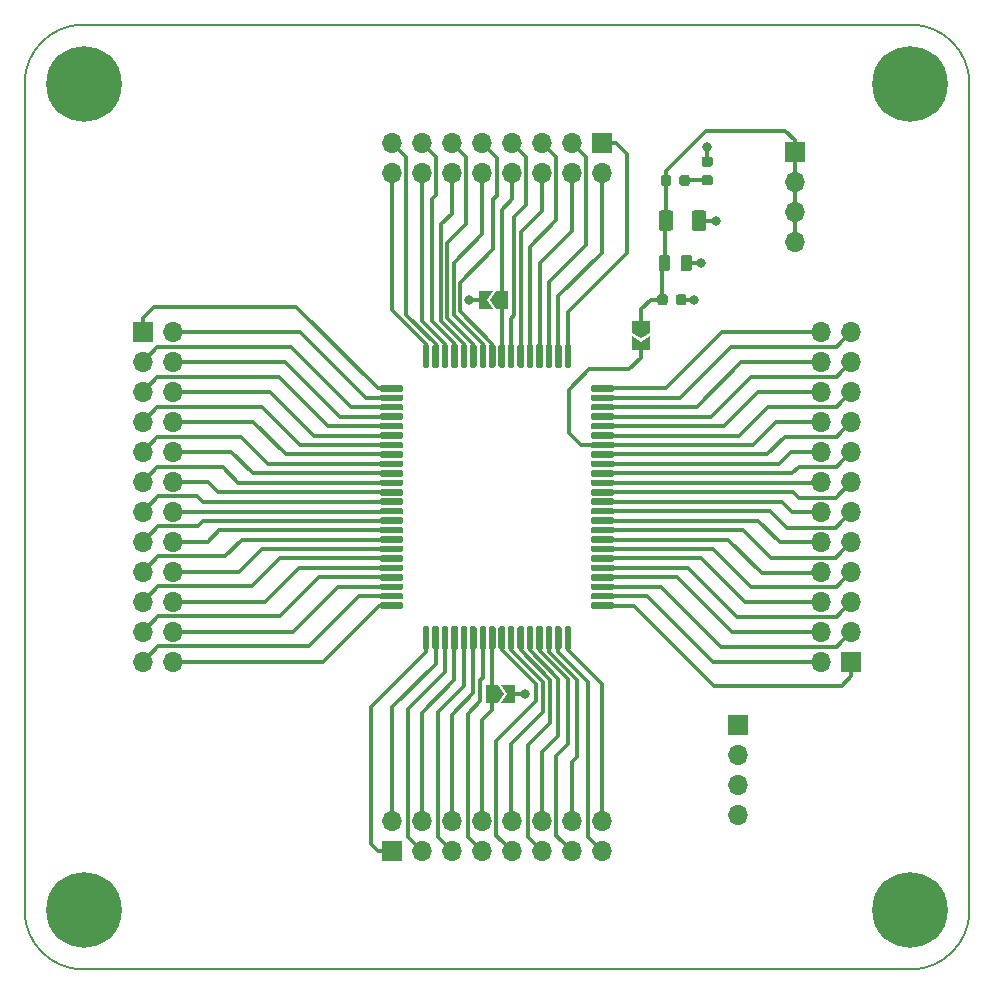
<source format=gbr>
G04 #@! TF.GenerationSoftware,KiCad,Pcbnew,5.1.6-c6e7f7d~86~ubuntu20.04.1*
G04 #@! TF.CreationDate,2020-05-17T15:59:29+03:00*
G04 #@! TF.ProjectId,GB-BRK-CPU-G1,47422d42-524b-42d4-9350-552d47312e6b,v1.1*
G04 #@! TF.SameCoordinates,Original*
G04 #@! TF.FileFunction,Copper,L1,Top*
G04 #@! TF.FilePolarity,Positive*
%FSLAX46Y46*%
G04 Gerber Fmt 4.6, Leading zero omitted, Abs format (unit mm)*
G04 Created by KiCad (PCBNEW 5.1.6-c6e7f7d~86~ubuntu20.04.1) date 2020-05-17 15:59:29*
%MOMM*%
%LPD*%
G01*
G04 APERTURE LIST*
G04 #@! TA.AperFunction,Profile*
%ADD10C,0.150000*%
G04 #@! TD*
G04 #@! TA.AperFunction,ComponentPad*
%ADD11C,0.800000*%
G04 #@! TD*
G04 #@! TA.AperFunction,ComponentPad*
%ADD12C,6.400000*%
G04 #@! TD*
G04 #@! TA.AperFunction,SMDPad,CuDef*
%ADD13C,0.100000*%
G04 #@! TD*
G04 #@! TA.AperFunction,ComponentPad*
%ADD14O,1.700000X1.700000*%
G04 #@! TD*
G04 #@! TA.AperFunction,ComponentPad*
%ADD15R,1.700000X1.700000*%
G04 #@! TD*
G04 #@! TA.AperFunction,ViaPad*
%ADD16C,0.800000*%
G04 #@! TD*
G04 #@! TA.AperFunction,Conductor*
%ADD17C,0.320000*%
G04 #@! TD*
G04 APERTURE END LIST*
D10*
X140000000Y-135000000D02*
G75*
G02*
X135000000Y-140000000I-5000000J0D01*
G01*
X65000000Y-140000000D02*
G75*
G02*
X60000000Y-135000000I0J5000000D01*
G01*
X60000000Y-65000000D02*
G75*
G02*
X65000000Y-60000000I5000000J0D01*
G01*
X135000000Y-60000000D02*
G75*
G02*
X140000000Y-65000000I0J-5000000D01*
G01*
X135000000Y-60000000D02*
X65000000Y-60000000D01*
X140000000Y-135000000D02*
X140000000Y-65000000D01*
X65000000Y-140000000D02*
X135000000Y-140000000D01*
X60000000Y-65000000D02*
X60000000Y-135000000D01*
G04 #@! TA.AperFunction,SMDPad,CuDef*
G36*
G01*
X93725000Y-88937500D02*
X93725000Y-87187500D01*
G75*
G02*
X93862500Y-87050000I137500J0D01*
G01*
X94137500Y-87050000D01*
G75*
G02*
X94275000Y-87187500I0J-137500D01*
G01*
X94275000Y-88937500D01*
G75*
G02*
X94137500Y-89075000I-137500J0D01*
G01*
X93862500Y-89075000D01*
G75*
G02*
X93725000Y-88937500I0J137500D01*
G01*
G37*
G04 #@! TD.AperFunction*
G04 #@! TA.AperFunction,SMDPad,CuDef*
G36*
G01*
X94525000Y-88937500D02*
X94525000Y-87187500D01*
G75*
G02*
X94662500Y-87050000I137500J0D01*
G01*
X94937500Y-87050000D01*
G75*
G02*
X95075000Y-87187500I0J-137500D01*
G01*
X95075000Y-88937500D01*
G75*
G02*
X94937500Y-89075000I-137500J0D01*
G01*
X94662500Y-89075000D01*
G75*
G02*
X94525000Y-88937500I0J137500D01*
G01*
G37*
G04 #@! TD.AperFunction*
G04 #@! TA.AperFunction,SMDPad,CuDef*
G36*
G01*
X95325000Y-88937500D02*
X95325000Y-87187500D01*
G75*
G02*
X95462500Y-87050000I137500J0D01*
G01*
X95737500Y-87050000D01*
G75*
G02*
X95875000Y-87187500I0J-137500D01*
G01*
X95875000Y-88937500D01*
G75*
G02*
X95737500Y-89075000I-137500J0D01*
G01*
X95462500Y-89075000D01*
G75*
G02*
X95325000Y-88937500I0J137500D01*
G01*
G37*
G04 #@! TD.AperFunction*
G04 #@! TA.AperFunction,SMDPad,CuDef*
G36*
G01*
X96125000Y-88937500D02*
X96125000Y-87187500D01*
G75*
G02*
X96262500Y-87050000I137500J0D01*
G01*
X96537500Y-87050000D01*
G75*
G02*
X96675000Y-87187500I0J-137500D01*
G01*
X96675000Y-88937500D01*
G75*
G02*
X96537500Y-89075000I-137500J0D01*
G01*
X96262500Y-89075000D01*
G75*
G02*
X96125000Y-88937500I0J137500D01*
G01*
G37*
G04 #@! TD.AperFunction*
G04 #@! TA.AperFunction,SMDPad,CuDef*
G36*
G01*
X96925000Y-88937500D02*
X96925000Y-87187500D01*
G75*
G02*
X97062500Y-87050000I137500J0D01*
G01*
X97337500Y-87050000D01*
G75*
G02*
X97475000Y-87187500I0J-137500D01*
G01*
X97475000Y-88937500D01*
G75*
G02*
X97337500Y-89075000I-137500J0D01*
G01*
X97062500Y-89075000D01*
G75*
G02*
X96925000Y-88937500I0J137500D01*
G01*
G37*
G04 #@! TD.AperFunction*
G04 #@! TA.AperFunction,SMDPad,CuDef*
G36*
G01*
X97725000Y-88937500D02*
X97725000Y-87187500D01*
G75*
G02*
X97862500Y-87050000I137500J0D01*
G01*
X98137500Y-87050000D01*
G75*
G02*
X98275000Y-87187500I0J-137500D01*
G01*
X98275000Y-88937500D01*
G75*
G02*
X98137500Y-89075000I-137500J0D01*
G01*
X97862500Y-89075000D01*
G75*
G02*
X97725000Y-88937500I0J137500D01*
G01*
G37*
G04 #@! TD.AperFunction*
G04 #@! TA.AperFunction,SMDPad,CuDef*
G36*
G01*
X98525000Y-88937500D02*
X98525000Y-87187500D01*
G75*
G02*
X98662500Y-87050000I137500J0D01*
G01*
X98937500Y-87050000D01*
G75*
G02*
X99075000Y-87187500I0J-137500D01*
G01*
X99075000Y-88937500D01*
G75*
G02*
X98937500Y-89075000I-137500J0D01*
G01*
X98662500Y-89075000D01*
G75*
G02*
X98525000Y-88937500I0J137500D01*
G01*
G37*
G04 #@! TD.AperFunction*
G04 #@! TA.AperFunction,SMDPad,CuDef*
G36*
G01*
X99325000Y-88937500D02*
X99325000Y-87187500D01*
G75*
G02*
X99462500Y-87050000I137500J0D01*
G01*
X99737500Y-87050000D01*
G75*
G02*
X99875000Y-87187500I0J-137500D01*
G01*
X99875000Y-88937500D01*
G75*
G02*
X99737500Y-89075000I-137500J0D01*
G01*
X99462500Y-89075000D01*
G75*
G02*
X99325000Y-88937500I0J137500D01*
G01*
G37*
G04 #@! TD.AperFunction*
G04 #@! TA.AperFunction,SMDPad,CuDef*
G36*
G01*
X100125000Y-88937500D02*
X100125000Y-87187500D01*
G75*
G02*
X100262500Y-87050000I137500J0D01*
G01*
X100537500Y-87050000D01*
G75*
G02*
X100675000Y-87187500I0J-137500D01*
G01*
X100675000Y-88937500D01*
G75*
G02*
X100537500Y-89075000I-137500J0D01*
G01*
X100262500Y-89075000D01*
G75*
G02*
X100125000Y-88937500I0J137500D01*
G01*
G37*
G04 #@! TD.AperFunction*
G04 #@! TA.AperFunction,SMDPad,CuDef*
G36*
G01*
X100925000Y-88937500D02*
X100925000Y-87187500D01*
G75*
G02*
X101062500Y-87050000I137500J0D01*
G01*
X101337500Y-87050000D01*
G75*
G02*
X101475000Y-87187500I0J-137500D01*
G01*
X101475000Y-88937500D01*
G75*
G02*
X101337500Y-89075000I-137500J0D01*
G01*
X101062500Y-89075000D01*
G75*
G02*
X100925000Y-88937500I0J137500D01*
G01*
G37*
G04 #@! TD.AperFunction*
G04 #@! TA.AperFunction,SMDPad,CuDef*
G36*
G01*
X101725000Y-88937500D02*
X101725000Y-87187500D01*
G75*
G02*
X101862500Y-87050000I137500J0D01*
G01*
X102137500Y-87050000D01*
G75*
G02*
X102275000Y-87187500I0J-137500D01*
G01*
X102275000Y-88937500D01*
G75*
G02*
X102137500Y-89075000I-137500J0D01*
G01*
X101862500Y-89075000D01*
G75*
G02*
X101725000Y-88937500I0J137500D01*
G01*
G37*
G04 #@! TD.AperFunction*
G04 #@! TA.AperFunction,SMDPad,CuDef*
G36*
G01*
X102525000Y-88937500D02*
X102525000Y-87187500D01*
G75*
G02*
X102662500Y-87050000I137500J0D01*
G01*
X102937500Y-87050000D01*
G75*
G02*
X103075000Y-87187500I0J-137500D01*
G01*
X103075000Y-88937500D01*
G75*
G02*
X102937500Y-89075000I-137500J0D01*
G01*
X102662500Y-89075000D01*
G75*
G02*
X102525000Y-88937500I0J137500D01*
G01*
G37*
G04 #@! TD.AperFunction*
G04 #@! TA.AperFunction,SMDPad,CuDef*
G36*
G01*
X103325000Y-88937500D02*
X103325000Y-87187500D01*
G75*
G02*
X103462500Y-87050000I137500J0D01*
G01*
X103737500Y-87050000D01*
G75*
G02*
X103875000Y-87187500I0J-137500D01*
G01*
X103875000Y-88937500D01*
G75*
G02*
X103737500Y-89075000I-137500J0D01*
G01*
X103462500Y-89075000D01*
G75*
G02*
X103325000Y-88937500I0J137500D01*
G01*
G37*
G04 #@! TD.AperFunction*
G04 #@! TA.AperFunction,SMDPad,CuDef*
G36*
G01*
X104125000Y-88937500D02*
X104125000Y-87187500D01*
G75*
G02*
X104262500Y-87050000I137500J0D01*
G01*
X104537500Y-87050000D01*
G75*
G02*
X104675000Y-87187500I0J-137500D01*
G01*
X104675000Y-88937500D01*
G75*
G02*
X104537500Y-89075000I-137500J0D01*
G01*
X104262500Y-89075000D01*
G75*
G02*
X104125000Y-88937500I0J137500D01*
G01*
G37*
G04 #@! TD.AperFunction*
G04 #@! TA.AperFunction,SMDPad,CuDef*
G36*
G01*
X104925000Y-88937500D02*
X104925000Y-87187500D01*
G75*
G02*
X105062500Y-87050000I137500J0D01*
G01*
X105337500Y-87050000D01*
G75*
G02*
X105475000Y-87187500I0J-137500D01*
G01*
X105475000Y-88937500D01*
G75*
G02*
X105337500Y-89075000I-137500J0D01*
G01*
X105062500Y-89075000D01*
G75*
G02*
X104925000Y-88937500I0J137500D01*
G01*
G37*
G04 #@! TD.AperFunction*
G04 #@! TA.AperFunction,SMDPad,CuDef*
G36*
G01*
X105725000Y-88937500D02*
X105725000Y-87187500D01*
G75*
G02*
X105862500Y-87050000I137500J0D01*
G01*
X106137500Y-87050000D01*
G75*
G02*
X106275000Y-87187500I0J-137500D01*
G01*
X106275000Y-88937500D01*
G75*
G02*
X106137500Y-89075000I-137500J0D01*
G01*
X105862500Y-89075000D01*
G75*
G02*
X105725000Y-88937500I0J137500D01*
G01*
G37*
G04 #@! TD.AperFunction*
G04 #@! TA.AperFunction,SMDPad,CuDef*
G36*
G01*
X107925000Y-90937500D02*
X107925000Y-90662500D01*
G75*
G02*
X108062500Y-90525000I137500J0D01*
G01*
X109812500Y-90525000D01*
G75*
G02*
X109950000Y-90662500I0J-137500D01*
G01*
X109950000Y-90937500D01*
G75*
G02*
X109812500Y-91075000I-137500J0D01*
G01*
X108062500Y-91075000D01*
G75*
G02*
X107925000Y-90937500I0J137500D01*
G01*
G37*
G04 #@! TD.AperFunction*
G04 #@! TA.AperFunction,SMDPad,CuDef*
G36*
G01*
X107925000Y-91737500D02*
X107925000Y-91462500D01*
G75*
G02*
X108062500Y-91325000I137500J0D01*
G01*
X109812500Y-91325000D01*
G75*
G02*
X109950000Y-91462500I0J-137500D01*
G01*
X109950000Y-91737500D01*
G75*
G02*
X109812500Y-91875000I-137500J0D01*
G01*
X108062500Y-91875000D01*
G75*
G02*
X107925000Y-91737500I0J137500D01*
G01*
G37*
G04 #@! TD.AperFunction*
G04 #@! TA.AperFunction,SMDPad,CuDef*
G36*
G01*
X107925000Y-92537500D02*
X107925000Y-92262500D01*
G75*
G02*
X108062500Y-92125000I137500J0D01*
G01*
X109812500Y-92125000D01*
G75*
G02*
X109950000Y-92262500I0J-137500D01*
G01*
X109950000Y-92537500D01*
G75*
G02*
X109812500Y-92675000I-137500J0D01*
G01*
X108062500Y-92675000D01*
G75*
G02*
X107925000Y-92537500I0J137500D01*
G01*
G37*
G04 #@! TD.AperFunction*
G04 #@! TA.AperFunction,SMDPad,CuDef*
G36*
G01*
X107925000Y-93337500D02*
X107925000Y-93062500D01*
G75*
G02*
X108062500Y-92925000I137500J0D01*
G01*
X109812500Y-92925000D01*
G75*
G02*
X109950000Y-93062500I0J-137500D01*
G01*
X109950000Y-93337500D01*
G75*
G02*
X109812500Y-93475000I-137500J0D01*
G01*
X108062500Y-93475000D01*
G75*
G02*
X107925000Y-93337500I0J137500D01*
G01*
G37*
G04 #@! TD.AperFunction*
G04 #@! TA.AperFunction,SMDPad,CuDef*
G36*
G01*
X107925000Y-94137500D02*
X107925000Y-93862500D01*
G75*
G02*
X108062500Y-93725000I137500J0D01*
G01*
X109812500Y-93725000D01*
G75*
G02*
X109950000Y-93862500I0J-137500D01*
G01*
X109950000Y-94137500D01*
G75*
G02*
X109812500Y-94275000I-137500J0D01*
G01*
X108062500Y-94275000D01*
G75*
G02*
X107925000Y-94137500I0J137500D01*
G01*
G37*
G04 #@! TD.AperFunction*
G04 #@! TA.AperFunction,SMDPad,CuDef*
G36*
G01*
X107925000Y-94937500D02*
X107925000Y-94662500D01*
G75*
G02*
X108062500Y-94525000I137500J0D01*
G01*
X109812500Y-94525000D01*
G75*
G02*
X109950000Y-94662500I0J-137500D01*
G01*
X109950000Y-94937500D01*
G75*
G02*
X109812500Y-95075000I-137500J0D01*
G01*
X108062500Y-95075000D01*
G75*
G02*
X107925000Y-94937500I0J137500D01*
G01*
G37*
G04 #@! TD.AperFunction*
G04 #@! TA.AperFunction,SMDPad,CuDef*
G36*
G01*
X107925000Y-95737500D02*
X107925000Y-95462500D01*
G75*
G02*
X108062500Y-95325000I137500J0D01*
G01*
X109812500Y-95325000D01*
G75*
G02*
X109950000Y-95462500I0J-137500D01*
G01*
X109950000Y-95737500D01*
G75*
G02*
X109812500Y-95875000I-137500J0D01*
G01*
X108062500Y-95875000D01*
G75*
G02*
X107925000Y-95737500I0J137500D01*
G01*
G37*
G04 #@! TD.AperFunction*
G04 #@! TA.AperFunction,SMDPad,CuDef*
G36*
G01*
X107925000Y-96537500D02*
X107925000Y-96262500D01*
G75*
G02*
X108062500Y-96125000I137500J0D01*
G01*
X109812500Y-96125000D01*
G75*
G02*
X109950000Y-96262500I0J-137500D01*
G01*
X109950000Y-96537500D01*
G75*
G02*
X109812500Y-96675000I-137500J0D01*
G01*
X108062500Y-96675000D01*
G75*
G02*
X107925000Y-96537500I0J137500D01*
G01*
G37*
G04 #@! TD.AperFunction*
G04 #@! TA.AperFunction,SMDPad,CuDef*
G36*
G01*
X107925000Y-97337500D02*
X107925000Y-97062500D01*
G75*
G02*
X108062500Y-96925000I137500J0D01*
G01*
X109812500Y-96925000D01*
G75*
G02*
X109950000Y-97062500I0J-137500D01*
G01*
X109950000Y-97337500D01*
G75*
G02*
X109812500Y-97475000I-137500J0D01*
G01*
X108062500Y-97475000D01*
G75*
G02*
X107925000Y-97337500I0J137500D01*
G01*
G37*
G04 #@! TD.AperFunction*
G04 #@! TA.AperFunction,SMDPad,CuDef*
G36*
G01*
X107925000Y-98137500D02*
X107925000Y-97862500D01*
G75*
G02*
X108062500Y-97725000I137500J0D01*
G01*
X109812500Y-97725000D01*
G75*
G02*
X109950000Y-97862500I0J-137500D01*
G01*
X109950000Y-98137500D01*
G75*
G02*
X109812500Y-98275000I-137500J0D01*
G01*
X108062500Y-98275000D01*
G75*
G02*
X107925000Y-98137500I0J137500D01*
G01*
G37*
G04 #@! TD.AperFunction*
G04 #@! TA.AperFunction,SMDPad,CuDef*
G36*
G01*
X107925000Y-98937500D02*
X107925000Y-98662500D01*
G75*
G02*
X108062500Y-98525000I137500J0D01*
G01*
X109812500Y-98525000D01*
G75*
G02*
X109950000Y-98662500I0J-137500D01*
G01*
X109950000Y-98937500D01*
G75*
G02*
X109812500Y-99075000I-137500J0D01*
G01*
X108062500Y-99075000D01*
G75*
G02*
X107925000Y-98937500I0J137500D01*
G01*
G37*
G04 #@! TD.AperFunction*
G04 #@! TA.AperFunction,SMDPad,CuDef*
G36*
G01*
X107925000Y-99737500D02*
X107925000Y-99462500D01*
G75*
G02*
X108062500Y-99325000I137500J0D01*
G01*
X109812500Y-99325000D01*
G75*
G02*
X109950000Y-99462500I0J-137500D01*
G01*
X109950000Y-99737500D01*
G75*
G02*
X109812500Y-99875000I-137500J0D01*
G01*
X108062500Y-99875000D01*
G75*
G02*
X107925000Y-99737500I0J137500D01*
G01*
G37*
G04 #@! TD.AperFunction*
G04 #@! TA.AperFunction,SMDPad,CuDef*
G36*
G01*
X107925000Y-100537500D02*
X107925000Y-100262500D01*
G75*
G02*
X108062500Y-100125000I137500J0D01*
G01*
X109812500Y-100125000D01*
G75*
G02*
X109950000Y-100262500I0J-137500D01*
G01*
X109950000Y-100537500D01*
G75*
G02*
X109812500Y-100675000I-137500J0D01*
G01*
X108062500Y-100675000D01*
G75*
G02*
X107925000Y-100537500I0J137500D01*
G01*
G37*
G04 #@! TD.AperFunction*
G04 #@! TA.AperFunction,SMDPad,CuDef*
G36*
G01*
X107925000Y-101337500D02*
X107925000Y-101062500D01*
G75*
G02*
X108062500Y-100925000I137500J0D01*
G01*
X109812500Y-100925000D01*
G75*
G02*
X109950000Y-101062500I0J-137500D01*
G01*
X109950000Y-101337500D01*
G75*
G02*
X109812500Y-101475000I-137500J0D01*
G01*
X108062500Y-101475000D01*
G75*
G02*
X107925000Y-101337500I0J137500D01*
G01*
G37*
G04 #@! TD.AperFunction*
G04 #@! TA.AperFunction,SMDPad,CuDef*
G36*
G01*
X107925000Y-102137500D02*
X107925000Y-101862500D01*
G75*
G02*
X108062500Y-101725000I137500J0D01*
G01*
X109812500Y-101725000D01*
G75*
G02*
X109950000Y-101862500I0J-137500D01*
G01*
X109950000Y-102137500D01*
G75*
G02*
X109812500Y-102275000I-137500J0D01*
G01*
X108062500Y-102275000D01*
G75*
G02*
X107925000Y-102137500I0J137500D01*
G01*
G37*
G04 #@! TD.AperFunction*
G04 #@! TA.AperFunction,SMDPad,CuDef*
G36*
G01*
X107925000Y-102937500D02*
X107925000Y-102662500D01*
G75*
G02*
X108062500Y-102525000I137500J0D01*
G01*
X109812500Y-102525000D01*
G75*
G02*
X109950000Y-102662500I0J-137500D01*
G01*
X109950000Y-102937500D01*
G75*
G02*
X109812500Y-103075000I-137500J0D01*
G01*
X108062500Y-103075000D01*
G75*
G02*
X107925000Y-102937500I0J137500D01*
G01*
G37*
G04 #@! TD.AperFunction*
G04 #@! TA.AperFunction,SMDPad,CuDef*
G36*
G01*
X107925000Y-103737500D02*
X107925000Y-103462500D01*
G75*
G02*
X108062500Y-103325000I137500J0D01*
G01*
X109812500Y-103325000D01*
G75*
G02*
X109950000Y-103462500I0J-137500D01*
G01*
X109950000Y-103737500D01*
G75*
G02*
X109812500Y-103875000I-137500J0D01*
G01*
X108062500Y-103875000D01*
G75*
G02*
X107925000Y-103737500I0J137500D01*
G01*
G37*
G04 #@! TD.AperFunction*
G04 #@! TA.AperFunction,SMDPad,CuDef*
G36*
G01*
X107925000Y-104537500D02*
X107925000Y-104262500D01*
G75*
G02*
X108062500Y-104125000I137500J0D01*
G01*
X109812500Y-104125000D01*
G75*
G02*
X109950000Y-104262500I0J-137500D01*
G01*
X109950000Y-104537500D01*
G75*
G02*
X109812500Y-104675000I-137500J0D01*
G01*
X108062500Y-104675000D01*
G75*
G02*
X107925000Y-104537500I0J137500D01*
G01*
G37*
G04 #@! TD.AperFunction*
G04 #@! TA.AperFunction,SMDPad,CuDef*
G36*
G01*
X107925000Y-105337500D02*
X107925000Y-105062500D01*
G75*
G02*
X108062500Y-104925000I137500J0D01*
G01*
X109812500Y-104925000D01*
G75*
G02*
X109950000Y-105062500I0J-137500D01*
G01*
X109950000Y-105337500D01*
G75*
G02*
X109812500Y-105475000I-137500J0D01*
G01*
X108062500Y-105475000D01*
G75*
G02*
X107925000Y-105337500I0J137500D01*
G01*
G37*
G04 #@! TD.AperFunction*
G04 #@! TA.AperFunction,SMDPad,CuDef*
G36*
G01*
X107925000Y-106137500D02*
X107925000Y-105862500D01*
G75*
G02*
X108062500Y-105725000I137500J0D01*
G01*
X109812500Y-105725000D01*
G75*
G02*
X109950000Y-105862500I0J-137500D01*
G01*
X109950000Y-106137500D01*
G75*
G02*
X109812500Y-106275000I-137500J0D01*
G01*
X108062500Y-106275000D01*
G75*
G02*
X107925000Y-106137500I0J137500D01*
G01*
G37*
G04 #@! TD.AperFunction*
G04 #@! TA.AperFunction,SMDPad,CuDef*
G36*
G01*
X107925000Y-106937500D02*
X107925000Y-106662500D01*
G75*
G02*
X108062500Y-106525000I137500J0D01*
G01*
X109812500Y-106525000D01*
G75*
G02*
X109950000Y-106662500I0J-137500D01*
G01*
X109950000Y-106937500D01*
G75*
G02*
X109812500Y-107075000I-137500J0D01*
G01*
X108062500Y-107075000D01*
G75*
G02*
X107925000Y-106937500I0J137500D01*
G01*
G37*
G04 #@! TD.AperFunction*
G04 #@! TA.AperFunction,SMDPad,CuDef*
G36*
G01*
X107925000Y-107737500D02*
X107925000Y-107462500D01*
G75*
G02*
X108062500Y-107325000I137500J0D01*
G01*
X109812500Y-107325000D01*
G75*
G02*
X109950000Y-107462500I0J-137500D01*
G01*
X109950000Y-107737500D01*
G75*
G02*
X109812500Y-107875000I-137500J0D01*
G01*
X108062500Y-107875000D01*
G75*
G02*
X107925000Y-107737500I0J137500D01*
G01*
G37*
G04 #@! TD.AperFunction*
G04 #@! TA.AperFunction,SMDPad,CuDef*
G36*
G01*
X107925000Y-108537500D02*
X107925000Y-108262500D01*
G75*
G02*
X108062500Y-108125000I137500J0D01*
G01*
X109812500Y-108125000D01*
G75*
G02*
X109950000Y-108262500I0J-137500D01*
G01*
X109950000Y-108537500D01*
G75*
G02*
X109812500Y-108675000I-137500J0D01*
G01*
X108062500Y-108675000D01*
G75*
G02*
X107925000Y-108537500I0J137500D01*
G01*
G37*
G04 #@! TD.AperFunction*
G04 #@! TA.AperFunction,SMDPad,CuDef*
G36*
G01*
X107925000Y-109337500D02*
X107925000Y-109062500D01*
G75*
G02*
X108062500Y-108925000I137500J0D01*
G01*
X109812500Y-108925000D01*
G75*
G02*
X109950000Y-109062500I0J-137500D01*
G01*
X109950000Y-109337500D01*
G75*
G02*
X109812500Y-109475000I-137500J0D01*
G01*
X108062500Y-109475000D01*
G75*
G02*
X107925000Y-109337500I0J137500D01*
G01*
G37*
G04 #@! TD.AperFunction*
G04 #@! TA.AperFunction,SMDPad,CuDef*
G36*
G01*
X105725000Y-112812500D02*
X105725000Y-111062500D01*
G75*
G02*
X105862500Y-110925000I137500J0D01*
G01*
X106137500Y-110925000D01*
G75*
G02*
X106275000Y-111062500I0J-137500D01*
G01*
X106275000Y-112812500D01*
G75*
G02*
X106137500Y-112950000I-137500J0D01*
G01*
X105862500Y-112950000D01*
G75*
G02*
X105725000Y-112812500I0J137500D01*
G01*
G37*
G04 #@! TD.AperFunction*
G04 #@! TA.AperFunction,SMDPad,CuDef*
G36*
G01*
X104925000Y-112812500D02*
X104925000Y-111062500D01*
G75*
G02*
X105062500Y-110925000I137500J0D01*
G01*
X105337500Y-110925000D01*
G75*
G02*
X105475000Y-111062500I0J-137500D01*
G01*
X105475000Y-112812500D01*
G75*
G02*
X105337500Y-112950000I-137500J0D01*
G01*
X105062500Y-112950000D01*
G75*
G02*
X104925000Y-112812500I0J137500D01*
G01*
G37*
G04 #@! TD.AperFunction*
G04 #@! TA.AperFunction,SMDPad,CuDef*
G36*
G01*
X104125000Y-112812500D02*
X104125000Y-111062500D01*
G75*
G02*
X104262500Y-110925000I137500J0D01*
G01*
X104537500Y-110925000D01*
G75*
G02*
X104675000Y-111062500I0J-137500D01*
G01*
X104675000Y-112812500D01*
G75*
G02*
X104537500Y-112950000I-137500J0D01*
G01*
X104262500Y-112950000D01*
G75*
G02*
X104125000Y-112812500I0J137500D01*
G01*
G37*
G04 #@! TD.AperFunction*
G04 #@! TA.AperFunction,SMDPad,CuDef*
G36*
G01*
X103325000Y-112812500D02*
X103325000Y-111062500D01*
G75*
G02*
X103462500Y-110925000I137500J0D01*
G01*
X103737500Y-110925000D01*
G75*
G02*
X103875000Y-111062500I0J-137500D01*
G01*
X103875000Y-112812500D01*
G75*
G02*
X103737500Y-112950000I-137500J0D01*
G01*
X103462500Y-112950000D01*
G75*
G02*
X103325000Y-112812500I0J137500D01*
G01*
G37*
G04 #@! TD.AperFunction*
G04 #@! TA.AperFunction,SMDPad,CuDef*
G36*
G01*
X102525000Y-112812500D02*
X102525000Y-111062500D01*
G75*
G02*
X102662500Y-110925000I137500J0D01*
G01*
X102937500Y-110925000D01*
G75*
G02*
X103075000Y-111062500I0J-137500D01*
G01*
X103075000Y-112812500D01*
G75*
G02*
X102937500Y-112950000I-137500J0D01*
G01*
X102662500Y-112950000D01*
G75*
G02*
X102525000Y-112812500I0J137500D01*
G01*
G37*
G04 #@! TD.AperFunction*
G04 #@! TA.AperFunction,SMDPad,CuDef*
G36*
G01*
X101725000Y-112812500D02*
X101725000Y-111062500D01*
G75*
G02*
X101862500Y-110925000I137500J0D01*
G01*
X102137500Y-110925000D01*
G75*
G02*
X102275000Y-111062500I0J-137500D01*
G01*
X102275000Y-112812500D01*
G75*
G02*
X102137500Y-112950000I-137500J0D01*
G01*
X101862500Y-112950000D01*
G75*
G02*
X101725000Y-112812500I0J137500D01*
G01*
G37*
G04 #@! TD.AperFunction*
G04 #@! TA.AperFunction,SMDPad,CuDef*
G36*
G01*
X100925000Y-112812500D02*
X100925000Y-111062500D01*
G75*
G02*
X101062500Y-110925000I137500J0D01*
G01*
X101337500Y-110925000D01*
G75*
G02*
X101475000Y-111062500I0J-137500D01*
G01*
X101475000Y-112812500D01*
G75*
G02*
X101337500Y-112950000I-137500J0D01*
G01*
X101062500Y-112950000D01*
G75*
G02*
X100925000Y-112812500I0J137500D01*
G01*
G37*
G04 #@! TD.AperFunction*
G04 #@! TA.AperFunction,SMDPad,CuDef*
G36*
G01*
X100125000Y-112812500D02*
X100125000Y-111062500D01*
G75*
G02*
X100262500Y-110925000I137500J0D01*
G01*
X100537500Y-110925000D01*
G75*
G02*
X100675000Y-111062500I0J-137500D01*
G01*
X100675000Y-112812500D01*
G75*
G02*
X100537500Y-112950000I-137500J0D01*
G01*
X100262500Y-112950000D01*
G75*
G02*
X100125000Y-112812500I0J137500D01*
G01*
G37*
G04 #@! TD.AperFunction*
G04 #@! TA.AperFunction,SMDPad,CuDef*
G36*
G01*
X99325000Y-112812500D02*
X99325000Y-111062500D01*
G75*
G02*
X99462500Y-110925000I137500J0D01*
G01*
X99737500Y-110925000D01*
G75*
G02*
X99875000Y-111062500I0J-137500D01*
G01*
X99875000Y-112812500D01*
G75*
G02*
X99737500Y-112950000I-137500J0D01*
G01*
X99462500Y-112950000D01*
G75*
G02*
X99325000Y-112812500I0J137500D01*
G01*
G37*
G04 #@! TD.AperFunction*
G04 #@! TA.AperFunction,SMDPad,CuDef*
G36*
G01*
X98525000Y-112812500D02*
X98525000Y-111062500D01*
G75*
G02*
X98662500Y-110925000I137500J0D01*
G01*
X98937500Y-110925000D01*
G75*
G02*
X99075000Y-111062500I0J-137500D01*
G01*
X99075000Y-112812500D01*
G75*
G02*
X98937500Y-112950000I-137500J0D01*
G01*
X98662500Y-112950000D01*
G75*
G02*
X98525000Y-112812500I0J137500D01*
G01*
G37*
G04 #@! TD.AperFunction*
G04 #@! TA.AperFunction,SMDPad,CuDef*
G36*
G01*
X97725000Y-112812500D02*
X97725000Y-111062500D01*
G75*
G02*
X97862500Y-110925000I137500J0D01*
G01*
X98137500Y-110925000D01*
G75*
G02*
X98275000Y-111062500I0J-137500D01*
G01*
X98275000Y-112812500D01*
G75*
G02*
X98137500Y-112950000I-137500J0D01*
G01*
X97862500Y-112950000D01*
G75*
G02*
X97725000Y-112812500I0J137500D01*
G01*
G37*
G04 #@! TD.AperFunction*
G04 #@! TA.AperFunction,SMDPad,CuDef*
G36*
G01*
X96925000Y-112812500D02*
X96925000Y-111062500D01*
G75*
G02*
X97062500Y-110925000I137500J0D01*
G01*
X97337500Y-110925000D01*
G75*
G02*
X97475000Y-111062500I0J-137500D01*
G01*
X97475000Y-112812500D01*
G75*
G02*
X97337500Y-112950000I-137500J0D01*
G01*
X97062500Y-112950000D01*
G75*
G02*
X96925000Y-112812500I0J137500D01*
G01*
G37*
G04 #@! TD.AperFunction*
G04 #@! TA.AperFunction,SMDPad,CuDef*
G36*
G01*
X96125000Y-112812500D02*
X96125000Y-111062500D01*
G75*
G02*
X96262500Y-110925000I137500J0D01*
G01*
X96537500Y-110925000D01*
G75*
G02*
X96675000Y-111062500I0J-137500D01*
G01*
X96675000Y-112812500D01*
G75*
G02*
X96537500Y-112950000I-137500J0D01*
G01*
X96262500Y-112950000D01*
G75*
G02*
X96125000Y-112812500I0J137500D01*
G01*
G37*
G04 #@! TD.AperFunction*
G04 #@! TA.AperFunction,SMDPad,CuDef*
G36*
G01*
X95325000Y-112812500D02*
X95325000Y-111062500D01*
G75*
G02*
X95462500Y-110925000I137500J0D01*
G01*
X95737500Y-110925000D01*
G75*
G02*
X95875000Y-111062500I0J-137500D01*
G01*
X95875000Y-112812500D01*
G75*
G02*
X95737500Y-112950000I-137500J0D01*
G01*
X95462500Y-112950000D01*
G75*
G02*
X95325000Y-112812500I0J137500D01*
G01*
G37*
G04 #@! TD.AperFunction*
G04 #@! TA.AperFunction,SMDPad,CuDef*
G36*
G01*
X94525000Y-112812500D02*
X94525000Y-111062500D01*
G75*
G02*
X94662500Y-110925000I137500J0D01*
G01*
X94937500Y-110925000D01*
G75*
G02*
X95075000Y-111062500I0J-137500D01*
G01*
X95075000Y-112812500D01*
G75*
G02*
X94937500Y-112950000I-137500J0D01*
G01*
X94662500Y-112950000D01*
G75*
G02*
X94525000Y-112812500I0J137500D01*
G01*
G37*
G04 #@! TD.AperFunction*
G04 #@! TA.AperFunction,SMDPad,CuDef*
G36*
G01*
X93725000Y-112812500D02*
X93725000Y-111062500D01*
G75*
G02*
X93862500Y-110925000I137500J0D01*
G01*
X94137500Y-110925000D01*
G75*
G02*
X94275000Y-111062500I0J-137500D01*
G01*
X94275000Y-112812500D01*
G75*
G02*
X94137500Y-112950000I-137500J0D01*
G01*
X93862500Y-112950000D01*
G75*
G02*
X93725000Y-112812500I0J137500D01*
G01*
G37*
G04 #@! TD.AperFunction*
G04 #@! TA.AperFunction,SMDPad,CuDef*
G36*
G01*
X90050000Y-109337500D02*
X90050000Y-109062500D01*
G75*
G02*
X90187500Y-108925000I137500J0D01*
G01*
X91937500Y-108925000D01*
G75*
G02*
X92075000Y-109062500I0J-137500D01*
G01*
X92075000Y-109337500D01*
G75*
G02*
X91937500Y-109475000I-137500J0D01*
G01*
X90187500Y-109475000D01*
G75*
G02*
X90050000Y-109337500I0J137500D01*
G01*
G37*
G04 #@! TD.AperFunction*
G04 #@! TA.AperFunction,SMDPad,CuDef*
G36*
G01*
X90050000Y-108537500D02*
X90050000Y-108262500D01*
G75*
G02*
X90187500Y-108125000I137500J0D01*
G01*
X91937500Y-108125000D01*
G75*
G02*
X92075000Y-108262500I0J-137500D01*
G01*
X92075000Y-108537500D01*
G75*
G02*
X91937500Y-108675000I-137500J0D01*
G01*
X90187500Y-108675000D01*
G75*
G02*
X90050000Y-108537500I0J137500D01*
G01*
G37*
G04 #@! TD.AperFunction*
G04 #@! TA.AperFunction,SMDPad,CuDef*
G36*
G01*
X90050000Y-107737500D02*
X90050000Y-107462500D01*
G75*
G02*
X90187500Y-107325000I137500J0D01*
G01*
X91937500Y-107325000D01*
G75*
G02*
X92075000Y-107462500I0J-137500D01*
G01*
X92075000Y-107737500D01*
G75*
G02*
X91937500Y-107875000I-137500J0D01*
G01*
X90187500Y-107875000D01*
G75*
G02*
X90050000Y-107737500I0J137500D01*
G01*
G37*
G04 #@! TD.AperFunction*
G04 #@! TA.AperFunction,SMDPad,CuDef*
G36*
G01*
X90050000Y-106937500D02*
X90050000Y-106662500D01*
G75*
G02*
X90187500Y-106525000I137500J0D01*
G01*
X91937500Y-106525000D01*
G75*
G02*
X92075000Y-106662500I0J-137500D01*
G01*
X92075000Y-106937500D01*
G75*
G02*
X91937500Y-107075000I-137500J0D01*
G01*
X90187500Y-107075000D01*
G75*
G02*
X90050000Y-106937500I0J137500D01*
G01*
G37*
G04 #@! TD.AperFunction*
G04 #@! TA.AperFunction,SMDPad,CuDef*
G36*
G01*
X90050000Y-106137500D02*
X90050000Y-105862500D01*
G75*
G02*
X90187500Y-105725000I137500J0D01*
G01*
X91937500Y-105725000D01*
G75*
G02*
X92075000Y-105862500I0J-137500D01*
G01*
X92075000Y-106137500D01*
G75*
G02*
X91937500Y-106275000I-137500J0D01*
G01*
X90187500Y-106275000D01*
G75*
G02*
X90050000Y-106137500I0J137500D01*
G01*
G37*
G04 #@! TD.AperFunction*
G04 #@! TA.AperFunction,SMDPad,CuDef*
G36*
G01*
X90050000Y-105337500D02*
X90050000Y-105062500D01*
G75*
G02*
X90187500Y-104925000I137500J0D01*
G01*
X91937500Y-104925000D01*
G75*
G02*
X92075000Y-105062500I0J-137500D01*
G01*
X92075000Y-105337500D01*
G75*
G02*
X91937500Y-105475000I-137500J0D01*
G01*
X90187500Y-105475000D01*
G75*
G02*
X90050000Y-105337500I0J137500D01*
G01*
G37*
G04 #@! TD.AperFunction*
G04 #@! TA.AperFunction,SMDPad,CuDef*
G36*
G01*
X90050000Y-104537500D02*
X90050000Y-104262500D01*
G75*
G02*
X90187500Y-104125000I137500J0D01*
G01*
X91937500Y-104125000D01*
G75*
G02*
X92075000Y-104262500I0J-137500D01*
G01*
X92075000Y-104537500D01*
G75*
G02*
X91937500Y-104675000I-137500J0D01*
G01*
X90187500Y-104675000D01*
G75*
G02*
X90050000Y-104537500I0J137500D01*
G01*
G37*
G04 #@! TD.AperFunction*
G04 #@! TA.AperFunction,SMDPad,CuDef*
G36*
G01*
X90050000Y-103737500D02*
X90050000Y-103462500D01*
G75*
G02*
X90187500Y-103325000I137500J0D01*
G01*
X91937500Y-103325000D01*
G75*
G02*
X92075000Y-103462500I0J-137500D01*
G01*
X92075000Y-103737500D01*
G75*
G02*
X91937500Y-103875000I-137500J0D01*
G01*
X90187500Y-103875000D01*
G75*
G02*
X90050000Y-103737500I0J137500D01*
G01*
G37*
G04 #@! TD.AperFunction*
G04 #@! TA.AperFunction,SMDPad,CuDef*
G36*
G01*
X90050000Y-102937500D02*
X90050000Y-102662500D01*
G75*
G02*
X90187500Y-102525000I137500J0D01*
G01*
X91937500Y-102525000D01*
G75*
G02*
X92075000Y-102662500I0J-137500D01*
G01*
X92075000Y-102937500D01*
G75*
G02*
X91937500Y-103075000I-137500J0D01*
G01*
X90187500Y-103075000D01*
G75*
G02*
X90050000Y-102937500I0J137500D01*
G01*
G37*
G04 #@! TD.AperFunction*
G04 #@! TA.AperFunction,SMDPad,CuDef*
G36*
G01*
X90050000Y-102137500D02*
X90050000Y-101862500D01*
G75*
G02*
X90187500Y-101725000I137500J0D01*
G01*
X91937500Y-101725000D01*
G75*
G02*
X92075000Y-101862500I0J-137500D01*
G01*
X92075000Y-102137500D01*
G75*
G02*
X91937500Y-102275000I-137500J0D01*
G01*
X90187500Y-102275000D01*
G75*
G02*
X90050000Y-102137500I0J137500D01*
G01*
G37*
G04 #@! TD.AperFunction*
G04 #@! TA.AperFunction,SMDPad,CuDef*
G36*
G01*
X90050000Y-101337500D02*
X90050000Y-101062500D01*
G75*
G02*
X90187500Y-100925000I137500J0D01*
G01*
X91937500Y-100925000D01*
G75*
G02*
X92075000Y-101062500I0J-137500D01*
G01*
X92075000Y-101337500D01*
G75*
G02*
X91937500Y-101475000I-137500J0D01*
G01*
X90187500Y-101475000D01*
G75*
G02*
X90050000Y-101337500I0J137500D01*
G01*
G37*
G04 #@! TD.AperFunction*
G04 #@! TA.AperFunction,SMDPad,CuDef*
G36*
G01*
X90050000Y-100537500D02*
X90050000Y-100262500D01*
G75*
G02*
X90187500Y-100125000I137500J0D01*
G01*
X91937500Y-100125000D01*
G75*
G02*
X92075000Y-100262500I0J-137500D01*
G01*
X92075000Y-100537500D01*
G75*
G02*
X91937500Y-100675000I-137500J0D01*
G01*
X90187500Y-100675000D01*
G75*
G02*
X90050000Y-100537500I0J137500D01*
G01*
G37*
G04 #@! TD.AperFunction*
G04 #@! TA.AperFunction,SMDPad,CuDef*
G36*
G01*
X90050000Y-99737500D02*
X90050000Y-99462500D01*
G75*
G02*
X90187500Y-99325000I137500J0D01*
G01*
X91937500Y-99325000D01*
G75*
G02*
X92075000Y-99462500I0J-137500D01*
G01*
X92075000Y-99737500D01*
G75*
G02*
X91937500Y-99875000I-137500J0D01*
G01*
X90187500Y-99875000D01*
G75*
G02*
X90050000Y-99737500I0J137500D01*
G01*
G37*
G04 #@! TD.AperFunction*
G04 #@! TA.AperFunction,SMDPad,CuDef*
G36*
G01*
X90050000Y-98937500D02*
X90050000Y-98662500D01*
G75*
G02*
X90187500Y-98525000I137500J0D01*
G01*
X91937500Y-98525000D01*
G75*
G02*
X92075000Y-98662500I0J-137500D01*
G01*
X92075000Y-98937500D01*
G75*
G02*
X91937500Y-99075000I-137500J0D01*
G01*
X90187500Y-99075000D01*
G75*
G02*
X90050000Y-98937500I0J137500D01*
G01*
G37*
G04 #@! TD.AperFunction*
G04 #@! TA.AperFunction,SMDPad,CuDef*
G36*
G01*
X90050000Y-98137500D02*
X90050000Y-97862500D01*
G75*
G02*
X90187500Y-97725000I137500J0D01*
G01*
X91937500Y-97725000D01*
G75*
G02*
X92075000Y-97862500I0J-137500D01*
G01*
X92075000Y-98137500D01*
G75*
G02*
X91937500Y-98275000I-137500J0D01*
G01*
X90187500Y-98275000D01*
G75*
G02*
X90050000Y-98137500I0J137500D01*
G01*
G37*
G04 #@! TD.AperFunction*
G04 #@! TA.AperFunction,SMDPad,CuDef*
G36*
G01*
X90050000Y-97337500D02*
X90050000Y-97062500D01*
G75*
G02*
X90187500Y-96925000I137500J0D01*
G01*
X91937500Y-96925000D01*
G75*
G02*
X92075000Y-97062500I0J-137500D01*
G01*
X92075000Y-97337500D01*
G75*
G02*
X91937500Y-97475000I-137500J0D01*
G01*
X90187500Y-97475000D01*
G75*
G02*
X90050000Y-97337500I0J137500D01*
G01*
G37*
G04 #@! TD.AperFunction*
G04 #@! TA.AperFunction,SMDPad,CuDef*
G36*
G01*
X90050000Y-96537500D02*
X90050000Y-96262500D01*
G75*
G02*
X90187500Y-96125000I137500J0D01*
G01*
X91937500Y-96125000D01*
G75*
G02*
X92075000Y-96262500I0J-137500D01*
G01*
X92075000Y-96537500D01*
G75*
G02*
X91937500Y-96675000I-137500J0D01*
G01*
X90187500Y-96675000D01*
G75*
G02*
X90050000Y-96537500I0J137500D01*
G01*
G37*
G04 #@! TD.AperFunction*
G04 #@! TA.AperFunction,SMDPad,CuDef*
G36*
G01*
X90050000Y-95737500D02*
X90050000Y-95462500D01*
G75*
G02*
X90187500Y-95325000I137500J0D01*
G01*
X91937500Y-95325000D01*
G75*
G02*
X92075000Y-95462500I0J-137500D01*
G01*
X92075000Y-95737500D01*
G75*
G02*
X91937500Y-95875000I-137500J0D01*
G01*
X90187500Y-95875000D01*
G75*
G02*
X90050000Y-95737500I0J137500D01*
G01*
G37*
G04 #@! TD.AperFunction*
G04 #@! TA.AperFunction,SMDPad,CuDef*
G36*
G01*
X90050000Y-94937500D02*
X90050000Y-94662500D01*
G75*
G02*
X90187500Y-94525000I137500J0D01*
G01*
X91937500Y-94525000D01*
G75*
G02*
X92075000Y-94662500I0J-137500D01*
G01*
X92075000Y-94937500D01*
G75*
G02*
X91937500Y-95075000I-137500J0D01*
G01*
X90187500Y-95075000D01*
G75*
G02*
X90050000Y-94937500I0J137500D01*
G01*
G37*
G04 #@! TD.AperFunction*
G04 #@! TA.AperFunction,SMDPad,CuDef*
G36*
G01*
X90050000Y-94137500D02*
X90050000Y-93862500D01*
G75*
G02*
X90187500Y-93725000I137500J0D01*
G01*
X91937500Y-93725000D01*
G75*
G02*
X92075000Y-93862500I0J-137500D01*
G01*
X92075000Y-94137500D01*
G75*
G02*
X91937500Y-94275000I-137500J0D01*
G01*
X90187500Y-94275000D01*
G75*
G02*
X90050000Y-94137500I0J137500D01*
G01*
G37*
G04 #@! TD.AperFunction*
G04 #@! TA.AperFunction,SMDPad,CuDef*
G36*
G01*
X90050000Y-93337500D02*
X90050000Y-93062500D01*
G75*
G02*
X90187500Y-92925000I137500J0D01*
G01*
X91937500Y-92925000D01*
G75*
G02*
X92075000Y-93062500I0J-137500D01*
G01*
X92075000Y-93337500D01*
G75*
G02*
X91937500Y-93475000I-137500J0D01*
G01*
X90187500Y-93475000D01*
G75*
G02*
X90050000Y-93337500I0J137500D01*
G01*
G37*
G04 #@! TD.AperFunction*
G04 #@! TA.AperFunction,SMDPad,CuDef*
G36*
G01*
X90050000Y-92537500D02*
X90050000Y-92262500D01*
G75*
G02*
X90187500Y-92125000I137500J0D01*
G01*
X91937500Y-92125000D01*
G75*
G02*
X92075000Y-92262500I0J-137500D01*
G01*
X92075000Y-92537500D01*
G75*
G02*
X91937500Y-92675000I-137500J0D01*
G01*
X90187500Y-92675000D01*
G75*
G02*
X90050000Y-92537500I0J137500D01*
G01*
G37*
G04 #@! TD.AperFunction*
G04 #@! TA.AperFunction,SMDPad,CuDef*
G36*
G01*
X90050000Y-91737500D02*
X90050000Y-91462500D01*
G75*
G02*
X90187500Y-91325000I137500J0D01*
G01*
X91937500Y-91325000D01*
G75*
G02*
X92075000Y-91462500I0J-137500D01*
G01*
X92075000Y-91737500D01*
G75*
G02*
X91937500Y-91875000I-137500J0D01*
G01*
X90187500Y-91875000D01*
G75*
G02*
X90050000Y-91737500I0J137500D01*
G01*
G37*
G04 #@! TD.AperFunction*
G04 #@! TA.AperFunction,SMDPad,CuDef*
G36*
G01*
X90050000Y-90937500D02*
X90050000Y-90662500D01*
G75*
G02*
X90187500Y-90525000I137500J0D01*
G01*
X91937500Y-90525000D01*
G75*
G02*
X92075000Y-90662500I0J-137500D01*
G01*
X92075000Y-90937500D01*
G75*
G02*
X91937500Y-91075000I-137500J0D01*
G01*
X90187500Y-91075000D01*
G75*
G02*
X90050000Y-90937500I0J137500D01*
G01*
G37*
G04 #@! TD.AperFunction*
D11*
X66697056Y-133302944D03*
X65000000Y-132600000D03*
X63302944Y-133302944D03*
X62600000Y-135000000D03*
X63302944Y-136697056D03*
X65000000Y-137400000D03*
X66697056Y-136697056D03*
X67400000Y-135000000D03*
D12*
X65000000Y-135000000D03*
D11*
X66697056Y-63302944D03*
X65000000Y-62600000D03*
X63302944Y-63302944D03*
X62600000Y-65000000D03*
X63302944Y-66697056D03*
X65000000Y-67400000D03*
X66697056Y-66697056D03*
X67400000Y-65000000D03*
D12*
X65000000Y-65000000D03*
D11*
X136697056Y-63302944D03*
X135000000Y-62600000D03*
X133302944Y-63302944D03*
X132600000Y-65000000D03*
X133302944Y-66697056D03*
X135000000Y-67400000D03*
X136697056Y-66697056D03*
X137400000Y-65000000D03*
D12*
X135000000Y-65000000D03*
D11*
X136697056Y-133302944D03*
X135000000Y-132600000D03*
X133302944Y-133302944D03*
X132600000Y-135000000D03*
X133302944Y-136697056D03*
X135000000Y-137400000D03*
X136697056Y-136697056D03*
X137400000Y-135000000D03*
D12*
X135000000Y-135000000D03*
G04 #@! TA.AperFunction,SMDPad,CuDef*
G36*
G01*
X115150000Y-83556250D02*
X115150000Y-83043750D01*
G75*
G02*
X115368750Y-82825000I218750J0D01*
G01*
X115806250Y-82825000D01*
G75*
G02*
X116025000Y-83043750I0J-218750D01*
G01*
X116025000Y-83556250D01*
G75*
G02*
X115806250Y-83775000I-218750J0D01*
G01*
X115368750Y-83775000D01*
G75*
G02*
X115150000Y-83556250I0J218750D01*
G01*
G37*
G04 #@! TD.AperFunction*
G04 #@! TA.AperFunction,SMDPad,CuDef*
G36*
G01*
X113575000Y-83556250D02*
X113575000Y-83043750D01*
G75*
G02*
X113793750Y-82825000I218750J0D01*
G01*
X114231250Y-82825000D01*
G75*
G02*
X114450000Y-83043750I0J-218750D01*
G01*
X114450000Y-83556250D01*
G75*
G02*
X114231250Y-83775000I-218750J0D01*
G01*
X113793750Y-83775000D01*
G75*
G02*
X113575000Y-83556250I0J218750D01*
G01*
G37*
G04 #@! TD.AperFunction*
G04 #@! TA.AperFunction,SMDPad,CuDef*
G36*
G01*
X115550000Y-80656250D02*
X115550000Y-79743750D01*
G75*
G02*
X115793750Y-79500000I243750J0D01*
G01*
X116281250Y-79500000D01*
G75*
G02*
X116525000Y-79743750I0J-243750D01*
G01*
X116525000Y-80656250D01*
G75*
G02*
X116281250Y-80900000I-243750J0D01*
G01*
X115793750Y-80900000D01*
G75*
G02*
X115550000Y-80656250I0J243750D01*
G01*
G37*
G04 #@! TD.AperFunction*
G04 #@! TA.AperFunction,SMDPad,CuDef*
G36*
G01*
X113675000Y-80656250D02*
X113675000Y-79743750D01*
G75*
G02*
X113918750Y-79500000I243750J0D01*
G01*
X114406250Y-79500000D01*
G75*
G02*
X114650000Y-79743750I0J-243750D01*
G01*
X114650000Y-80656250D01*
G75*
G02*
X114406250Y-80900000I-243750J0D01*
G01*
X113918750Y-80900000D01*
G75*
G02*
X113675000Y-80656250I0J243750D01*
G01*
G37*
G04 #@! TD.AperFunction*
G04 #@! TA.AperFunction,SMDPad,CuDef*
G36*
G01*
X116475000Y-77225000D02*
X116475000Y-75975000D01*
G75*
G02*
X116725000Y-75725000I250000J0D01*
G01*
X117475000Y-75725000D01*
G75*
G02*
X117725000Y-75975000I0J-250000D01*
G01*
X117725000Y-77225000D01*
G75*
G02*
X117475000Y-77475000I-250000J0D01*
G01*
X116725000Y-77475000D01*
G75*
G02*
X116475000Y-77225000I0J250000D01*
G01*
G37*
G04 #@! TD.AperFunction*
G04 #@! TA.AperFunction,SMDPad,CuDef*
G36*
G01*
X113675000Y-77225000D02*
X113675000Y-75975000D01*
G75*
G02*
X113925000Y-75725000I250000J0D01*
G01*
X114675000Y-75725000D01*
G75*
G02*
X114925000Y-75975000I0J-250000D01*
G01*
X114925000Y-77225000D01*
G75*
G02*
X114675000Y-77475000I-250000J0D01*
G01*
X113925000Y-77475000D01*
G75*
G02*
X113675000Y-77225000I0J250000D01*
G01*
G37*
G04 #@! TD.AperFunction*
G04 #@! TA.AperFunction,SMDPad,CuDef*
D13*
G36*
X99425000Y-83300000D02*
G01*
X99925000Y-82550000D01*
X100925000Y-82550000D01*
X100925000Y-84050000D01*
X99925000Y-84050000D01*
X99425000Y-83300000D01*
G37*
G04 #@! TD.AperFunction*
G04 #@! TA.AperFunction,SMDPad,CuDef*
G36*
X98475000Y-82550000D02*
G01*
X99625000Y-82550000D01*
X99125000Y-83300000D01*
X99625000Y-84050000D01*
X98475000Y-84050000D01*
X98475000Y-82550000D01*
G37*
G04 #@! TD.AperFunction*
G04 #@! TA.AperFunction,SMDPad,CuDef*
G36*
X112200000Y-86575000D02*
G01*
X111450000Y-86075000D01*
X111450000Y-85075000D01*
X112950000Y-85075000D01*
X112950000Y-86075000D01*
X112200000Y-86575000D01*
G37*
G04 #@! TD.AperFunction*
G04 #@! TA.AperFunction,SMDPad,CuDef*
G36*
X111450000Y-87525000D02*
G01*
X111450000Y-86375000D01*
X112200000Y-86875000D01*
X112950000Y-86375000D01*
X112950000Y-87525000D01*
X111450000Y-87525000D01*
G37*
G04 #@! TD.AperFunction*
G04 #@! TA.AperFunction,SMDPad,CuDef*
G36*
X100575000Y-116700000D02*
G01*
X100075000Y-117450000D01*
X99075000Y-117450000D01*
X99075000Y-115950000D01*
X100075000Y-115950000D01*
X100575000Y-116700000D01*
G37*
G04 #@! TD.AperFunction*
G04 #@! TA.AperFunction,SMDPad,CuDef*
G36*
X101525000Y-117450000D02*
G01*
X100375000Y-117450000D01*
X100875000Y-116700000D01*
X100375000Y-115950000D01*
X101525000Y-115950000D01*
X101525000Y-117450000D01*
G37*
G04 #@! TD.AperFunction*
G04 #@! TA.AperFunction,SMDPad,CuDef*
G36*
G01*
X117543750Y-72750000D02*
X118056250Y-72750000D01*
G75*
G02*
X118275000Y-72968750I0J-218750D01*
G01*
X118275000Y-73406250D01*
G75*
G02*
X118056250Y-73625000I-218750J0D01*
G01*
X117543750Y-73625000D01*
G75*
G02*
X117325000Y-73406250I0J218750D01*
G01*
X117325000Y-72968750D01*
G75*
G02*
X117543750Y-72750000I218750J0D01*
G01*
G37*
G04 #@! TD.AperFunction*
G04 #@! TA.AperFunction,SMDPad,CuDef*
G36*
G01*
X117543750Y-71175000D02*
X118056250Y-71175000D01*
G75*
G02*
X118275000Y-71393750I0J-218750D01*
G01*
X118275000Y-71831250D01*
G75*
G02*
X118056250Y-72050000I-218750J0D01*
G01*
X117543750Y-72050000D01*
G75*
G02*
X117325000Y-71831250I0J218750D01*
G01*
X117325000Y-71393750D01*
G75*
G02*
X117543750Y-71175000I218750J0D01*
G01*
G37*
G04 #@! TD.AperFunction*
G04 #@! TA.AperFunction,SMDPad,CuDef*
G36*
G01*
X114750000Y-72943750D02*
X114750000Y-73456250D01*
G75*
G02*
X114531250Y-73675000I-218750J0D01*
G01*
X114093750Y-73675000D01*
G75*
G02*
X113875000Y-73456250I0J218750D01*
G01*
X113875000Y-72943750D01*
G75*
G02*
X114093750Y-72725000I218750J0D01*
G01*
X114531250Y-72725000D01*
G75*
G02*
X114750000Y-72943750I0J-218750D01*
G01*
G37*
G04 #@! TD.AperFunction*
G04 #@! TA.AperFunction,SMDPad,CuDef*
G36*
G01*
X116325000Y-72943750D02*
X116325000Y-73456250D01*
G75*
G02*
X116106250Y-73675000I-218750J0D01*
G01*
X115668750Y-73675000D01*
G75*
G02*
X115450000Y-73456250I0J218750D01*
G01*
X115450000Y-72943750D01*
G75*
G02*
X115668750Y-72725000I218750J0D01*
G01*
X116106250Y-72725000D01*
G75*
G02*
X116325000Y-72943750I0J-218750D01*
G01*
G37*
G04 #@! TD.AperFunction*
D14*
X120400000Y-126920000D03*
X120400000Y-124380000D03*
X120400000Y-121840000D03*
D15*
X120400000Y-119300000D03*
D14*
X72540000Y-113940000D03*
X70000000Y-113940000D03*
X72540000Y-111400000D03*
X70000000Y-111400000D03*
X72540000Y-108860000D03*
X70000000Y-108860000D03*
X72540000Y-106320000D03*
X70000000Y-106320000D03*
X72540000Y-103780000D03*
X70000000Y-103780000D03*
X72540000Y-101240000D03*
X70000000Y-101240000D03*
X72540000Y-98700000D03*
X70000000Y-98700000D03*
X72540000Y-96160000D03*
X70000000Y-96160000D03*
X72540000Y-93620000D03*
X70000000Y-93620000D03*
X72540000Y-91080000D03*
X70000000Y-91080000D03*
X72540000Y-88540000D03*
X70000000Y-88540000D03*
X72540000Y-86000000D03*
D15*
X70000000Y-86000000D03*
D14*
X108880000Y-127460000D03*
X108880000Y-130000000D03*
X106340000Y-127460000D03*
X106340000Y-130000000D03*
X103800000Y-127460000D03*
X103800000Y-130000000D03*
X101260000Y-127460000D03*
X101260000Y-130000000D03*
X98720000Y-127460000D03*
X98720000Y-130000000D03*
X96180000Y-127460000D03*
X96180000Y-130000000D03*
X93640000Y-127460000D03*
X93640000Y-130000000D03*
X91100000Y-127460000D03*
D15*
X91100000Y-130000000D03*
D14*
X127460000Y-86060000D03*
X130000000Y-86060000D03*
X127460000Y-88600000D03*
X130000000Y-88600000D03*
X127460000Y-91140000D03*
X130000000Y-91140000D03*
X127460000Y-93680000D03*
X130000000Y-93680000D03*
X127460000Y-96220000D03*
X130000000Y-96220000D03*
X127460000Y-98760000D03*
X130000000Y-98760000D03*
X127460000Y-101300000D03*
X130000000Y-101300000D03*
X127460000Y-103840000D03*
X130000000Y-103840000D03*
X127460000Y-106380000D03*
X130000000Y-106380000D03*
X127460000Y-108920000D03*
X130000000Y-108920000D03*
X127460000Y-111460000D03*
X130000000Y-111460000D03*
X127460000Y-114000000D03*
D15*
X130000000Y-114000000D03*
D14*
X91120000Y-72540000D03*
X91120000Y-70000000D03*
X93660000Y-72540000D03*
X93660000Y-70000000D03*
X96200000Y-72540000D03*
X96200000Y-70000000D03*
X98740000Y-72540000D03*
X98740000Y-70000000D03*
X101280000Y-72540000D03*
X101280000Y-70000000D03*
X103820000Y-72540000D03*
X103820000Y-70000000D03*
X106360000Y-72540000D03*
X106360000Y-70000000D03*
X108900000Y-72540000D03*
D15*
X108900000Y-70000000D03*
D14*
X125200000Y-78420000D03*
X125200000Y-75880000D03*
X125200000Y-73340000D03*
D15*
X125200000Y-70800000D03*
D16*
X102400000Y-116700000D03*
X97600000Y-83300000D03*
X116700000Y-83300000D03*
X117300000Y-80200000D03*
X118500000Y-76600000D03*
X117800000Y-70400000D03*
D17*
X101025000Y-116700000D02*
X102400000Y-116700000D01*
X98975000Y-83300000D02*
X97600000Y-83300000D01*
X115600000Y-83300000D02*
X116700000Y-83300000D01*
X115980000Y-80200000D02*
X117300000Y-80200000D01*
X117130000Y-76600000D02*
X118500000Y-76600000D01*
X117800000Y-71600000D02*
X117800000Y-70400000D01*
X99600000Y-116675000D02*
X99575000Y-116700000D01*
X99600000Y-111550000D02*
X99600000Y-116675000D01*
X98720000Y-118880000D02*
X98720000Y-127460000D01*
X99575000Y-116700000D02*
X99575000Y-118025000D01*
X99575000Y-118025000D02*
X98720000Y-118880000D01*
X108525000Y-95625000D02*
X108500000Y-95600000D01*
X126257919Y-93680000D02*
X127460000Y-93680000D01*
X123620000Y-93680000D02*
X126257919Y-93680000D01*
X108500000Y-95600000D02*
X121700000Y-95600000D01*
X121700000Y-95600000D02*
X123620000Y-93680000D01*
X112200000Y-88200000D02*
X112200000Y-87025000D01*
X107080000Y-95600000D02*
X106100000Y-94620000D01*
X108500000Y-95600000D02*
X107080000Y-95600000D01*
X106100000Y-90900000D02*
X107800000Y-89200000D01*
X106100000Y-94620000D02*
X106100000Y-90900000D01*
X107800000Y-89200000D02*
X111200000Y-89200000D01*
X111200000Y-89200000D02*
X112200000Y-88200000D01*
X114000000Y-80420000D02*
X114220000Y-80200000D01*
X114000000Y-83300000D02*
X114000000Y-80420000D01*
X114220000Y-76650000D02*
X114270000Y-76600000D01*
X114220000Y-80200000D02*
X114220000Y-76650000D01*
X114300000Y-76570000D02*
X114270000Y-76600000D01*
X114300000Y-73200000D02*
X114300000Y-76570000D01*
X113000000Y-83300000D02*
X114000000Y-83300000D01*
X112200000Y-85575000D02*
X112200000Y-84100000D01*
X112200000Y-84100000D02*
X113000000Y-83300000D01*
X125200000Y-70800000D02*
X125200000Y-73340000D01*
X125200000Y-73340000D02*
X125200000Y-75880000D01*
X125200000Y-75880000D02*
X125200000Y-78420000D01*
X125200000Y-69800000D02*
X125200000Y-70800000D01*
X124400000Y-69000000D02*
X125200000Y-69800000D01*
X117680000Y-69000000D02*
X124400000Y-69000000D01*
X114300000Y-73200000D02*
X114300000Y-72380000D01*
X114300000Y-72380000D02*
X117680000Y-69000000D01*
X100425000Y-88425000D02*
X100400000Y-88450000D01*
X100425000Y-83300000D02*
X100425000Y-88425000D01*
X101300000Y-72560000D02*
X101280000Y-72540000D01*
X100425000Y-83300000D02*
X100425000Y-75675000D01*
X101300000Y-74800000D02*
X101300000Y-72560000D01*
X100425000Y-75675000D02*
X101300000Y-74800000D01*
X115900000Y-73200000D02*
X117800000Y-73200000D01*
X110070000Y-70000000D02*
X108900000Y-70000000D01*
X111000000Y-70930000D02*
X110070000Y-70000000D01*
X111000000Y-79300000D02*
X111000000Y-70930000D01*
X106000000Y-88450000D02*
X106000000Y-84300000D01*
X106000000Y-84300000D02*
X111000000Y-79300000D01*
X89900000Y-90800000D02*
X91500000Y-90800000D01*
X83000000Y-83900000D02*
X89900000Y-90800000D01*
X70930000Y-83900000D02*
X83000000Y-83900000D01*
X70000000Y-86000000D02*
X70000000Y-84830000D01*
X70000000Y-84830000D02*
X70930000Y-83900000D01*
X89930000Y-130000000D02*
X91100000Y-130000000D01*
X89300000Y-129370000D02*
X89930000Y-130000000D01*
X89300000Y-117800000D02*
X89300000Y-129370000D01*
X94000000Y-111550000D02*
X94000000Y-113100000D01*
X94000000Y-113100000D02*
X89300000Y-117800000D01*
X130000000Y-115170000D02*
X130000000Y-114000000D01*
X129170000Y-116000000D02*
X130000000Y-115170000D01*
X108500000Y-109200000D02*
X111600000Y-109200000D01*
X118400000Y-116000000D02*
X129170000Y-116000000D01*
X111600000Y-109200000D02*
X118400000Y-116000000D01*
X90080000Y-91600000D02*
X91500000Y-91600000D01*
X88900000Y-91600000D02*
X90080000Y-91600000D01*
X72540000Y-86000000D02*
X83300000Y-86000000D01*
X83300000Y-86000000D02*
X88900000Y-91600000D01*
X87600000Y-92400000D02*
X91500000Y-92400000D01*
X82529999Y-87329999D02*
X87600000Y-92400000D01*
X70000000Y-88540000D02*
X71210001Y-87329999D01*
X71210001Y-87329999D02*
X82529999Y-87329999D01*
X72540000Y-88540000D02*
X82040000Y-88540000D01*
X86700000Y-93200000D02*
X91500000Y-93200000D01*
X82040000Y-88540000D02*
X86700000Y-93200000D01*
X90080000Y-94000000D02*
X91500000Y-94000000D01*
X70000000Y-91080000D02*
X71210001Y-89869999D01*
X85700000Y-94000000D02*
X90080000Y-94000000D01*
X81569999Y-89869999D02*
X85700000Y-94000000D01*
X71210001Y-89869999D02*
X81569999Y-89869999D01*
X84500000Y-94800000D02*
X91500000Y-94800000D01*
X72540000Y-91080000D02*
X80780000Y-91080000D01*
X80780000Y-91080000D02*
X84500000Y-94800000D01*
X90080000Y-95600000D02*
X91500000Y-95600000D01*
X83300000Y-95600000D02*
X90080000Y-95600000D01*
X80109999Y-92409999D02*
X83300000Y-95600000D01*
X70000000Y-93620000D02*
X71210001Y-92409999D01*
X71210001Y-92409999D02*
X80109999Y-92409999D01*
X90080000Y-96400000D02*
X91500000Y-96400000D01*
X82100000Y-96400000D02*
X90080000Y-96400000D01*
X72540000Y-93620000D02*
X79320000Y-93620000D01*
X79320000Y-93620000D02*
X82100000Y-96400000D01*
X90080000Y-97200000D02*
X91500000Y-97200000D01*
X80600000Y-97200000D02*
X90080000Y-97200000D01*
X78349999Y-94949999D02*
X80600000Y-97200000D01*
X70000000Y-96160000D02*
X71210001Y-94949999D01*
X71210001Y-94949999D02*
X78349999Y-94949999D01*
X72540000Y-96220000D02*
X72720000Y-96400000D01*
X90080000Y-98000000D02*
X91500000Y-98000000D01*
X79300000Y-98000000D02*
X90080000Y-98000000D01*
X72540000Y-96160000D02*
X77460000Y-96160000D01*
X77460000Y-96160000D02*
X79300000Y-98000000D01*
X90080000Y-98800000D02*
X91500000Y-98800000D01*
X78100000Y-98800000D02*
X90080000Y-98800000D01*
X76789999Y-97489999D02*
X78100000Y-98800000D01*
X70000000Y-98700000D02*
X71210001Y-97489999D01*
X71210001Y-97489999D02*
X76789999Y-97489999D01*
X90080000Y-99600000D02*
X91500000Y-99600000D01*
X76400000Y-99600000D02*
X90080000Y-99600000D01*
X72540000Y-98700000D02*
X75500000Y-98700000D01*
X75500000Y-98700000D02*
X76400000Y-99600000D01*
X75100000Y-100400000D02*
X90080000Y-100400000D01*
X90080000Y-100400000D02*
X91500000Y-100400000D01*
X74610001Y-99910001D02*
X75100000Y-100400000D01*
X70000000Y-101240000D02*
X71329999Y-99910001D01*
X71329999Y-99910001D02*
X74610001Y-99910001D01*
X91460000Y-101240000D02*
X91500000Y-101200000D01*
X72540000Y-101240000D02*
X91460000Y-101240000D01*
X75100000Y-102000000D02*
X91500000Y-102000000D01*
X70000000Y-103780000D02*
X71329999Y-102450001D01*
X74649999Y-102450001D02*
X75100000Y-102000000D01*
X71329999Y-102450001D02*
X74649999Y-102450001D01*
X76500000Y-102800000D02*
X90080000Y-102800000D01*
X72540000Y-103780000D02*
X75520000Y-103780000D01*
X90080000Y-102800000D02*
X91500000Y-102800000D01*
X75520000Y-103780000D02*
X76500000Y-102800000D01*
X77009999Y-104990001D02*
X78400000Y-103600000D01*
X78400000Y-103600000D02*
X91500000Y-103600000D01*
X70000000Y-106320000D02*
X71329999Y-104990001D01*
X71329999Y-104990001D02*
X77009999Y-104990001D01*
X90080000Y-104400000D02*
X91500000Y-104400000D01*
X80100000Y-104400000D02*
X90080000Y-104400000D01*
X72540000Y-106320000D02*
X78180000Y-106320000D01*
X78180000Y-106320000D02*
X80100000Y-104400000D01*
X81600000Y-105200000D02*
X91500000Y-105200000D01*
X79269999Y-107530001D02*
X81600000Y-105200000D01*
X70000000Y-108860000D02*
X71329999Y-107530001D01*
X71329999Y-107530001D02*
X79269999Y-107530001D01*
X90080000Y-106000000D02*
X91500000Y-106000000D01*
X83200000Y-106000000D02*
X90080000Y-106000000D01*
X72540000Y-108860000D02*
X80340000Y-108860000D01*
X80340000Y-108860000D02*
X83200000Y-106000000D01*
X84900000Y-106800000D02*
X91500000Y-106800000D01*
X81629999Y-110070001D02*
X84900000Y-106800000D01*
X70000000Y-111400000D02*
X71329999Y-110070001D01*
X71329999Y-110070001D02*
X81629999Y-110070001D01*
X72540000Y-111400000D02*
X82700000Y-111400000D01*
X86500000Y-107600000D02*
X91500000Y-107600000D01*
X82700000Y-111400000D02*
X86500000Y-107600000D01*
X88300000Y-108400000D02*
X91500000Y-108400000D01*
X84089999Y-112610001D02*
X88300000Y-108400000D01*
X70000000Y-113940000D02*
X71329999Y-112610001D01*
X71329999Y-112610001D02*
X84089999Y-112610001D01*
X90000000Y-109200000D02*
X91500000Y-109200000D01*
X72540000Y-113940000D02*
X85260000Y-113940000D01*
X85260000Y-113940000D02*
X90000000Y-109200000D01*
X91100000Y-117800000D02*
X91100000Y-127460000D01*
X94800000Y-111550000D02*
X94800000Y-114100000D01*
X94800000Y-114100000D02*
X91100000Y-117800000D01*
X92790001Y-129150001D02*
X93640000Y-130000000D01*
X92429999Y-128789999D02*
X92790001Y-129150001D01*
X92429999Y-117970001D02*
X92429999Y-128789999D01*
X95600000Y-111550000D02*
X95600000Y-114800000D01*
X95600000Y-114800000D02*
X92429999Y-117970001D01*
X96400000Y-111550000D02*
X96400000Y-115500000D01*
X93640000Y-118260000D02*
X93640000Y-127460000D01*
X96400000Y-115500000D02*
X93640000Y-118260000D01*
X95330001Y-129150001D02*
X96180000Y-130000000D01*
X94969999Y-128789999D02*
X95330001Y-129150001D01*
X94969999Y-118230001D02*
X94969999Y-128789999D01*
X97200000Y-111550000D02*
X97200000Y-116000000D01*
X97200000Y-116000000D02*
X94969999Y-118230001D01*
X96180000Y-118420000D02*
X96180000Y-127460000D01*
X98000000Y-111550000D02*
X98000000Y-116600000D01*
X98000000Y-116600000D02*
X96180000Y-118420000D01*
X97870001Y-129150001D02*
X98720000Y-130000000D01*
X98800000Y-115300000D02*
X98600000Y-115500000D01*
X98600000Y-115500000D02*
X98600000Y-117300000D01*
X98800000Y-111550000D02*
X98800000Y-115300000D01*
X98600000Y-117300000D02*
X97509999Y-118390001D01*
X97509999Y-118390001D02*
X97509999Y-128789999D01*
X97509999Y-128789999D02*
X97870001Y-129150001D01*
X100410001Y-129150001D02*
X101260000Y-130000000D01*
X100400000Y-112970000D02*
X103300000Y-115870000D01*
X103300000Y-115870000D02*
X103300000Y-117300000D01*
X103300000Y-117300000D02*
X99930001Y-120669999D01*
X99930001Y-128670001D02*
X100410001Y-129150001D01*
X100400000Y-111550000D02*
X100400000Y-112970000D01*
X99930001Y-120669999D02*
X99930001Y-128670001D01*
X101200000Y-127400000D02*
X101260000Y-127460000D01*
X101200000Y-120900000D02*
X101200000Y-127400000D01*
X103900000Y-118200000D02*
X101200000Y-120900000D01*
X103900000Y-115670000D02*
X103900000Y-118200000D01*
X101200000Y-111550000D02*
X101200000Y-112970000D01*
X101200000Y-112970000D02*
X103900000Y-115670000D01*
X102000000Y-112970000D02*
X104500000Y-115470000D01*
X104500000Y-119100000D02*
X102589999Y-121010001D01*
X102000000Y-111550000D02*
X102000000Y-112970000D01*
X104500000Y-115470000D02*
X104500000Y-119100000D01*
X102589999Y-121010001D02*
X102589999Y-128789999D01*
X102950001Y-129150001D02*
X103800000Y-130000000D01*
X102589999Y-128789999D02*
X102950001Y-129150001D01*
X103800000Y-121600000D02*
X103800000Y-127460000D01*
X105200000Y-120200000D02*
X103800000Y-121600000D01*
X105200000Y-115370000D02*
X105200000Y-120200000D01*
X102800000Y-111550000D02*
X102800000Y-112970000D01*
X102800000Y-112970000D02*
X105200000Y-115370000D01*
X105490001Y-129150001D02*
X106340000Y-130000000D01*
X105000000Y-128660000D02*
X105490001Y-129150001D01*
X105000000Y-128050802D02*
X105000000Y-128660000D01*
X105010001Y-128040801D02*
X105000000Y-128050802D01*
X105010001Y-126879199D02*
X105010001Y-128040801D01*
X103600000Y-111550000D02*
X103600000Y-113034596D01*
X106000000Y-115434596D02*
X106000000Y-120900000D01*
X103600000Y-113034596D02*
X106000000Y-115434596D01*
X106000000Y-120900000D02*
X105000000Y-121900000D01*
X105000000Y-121900000D02*
X105000000Y-126869198D01*
X105000000Y-126869198D02*
X105010001Y-126879199D01*
X106340000Y-122460000D02*
X106340000Y-127460000D01*
X106800000Y-115499193D02*
X106800000Y-122000000D01*
X106800000Y-122000000D02*
X106340000Y-122460000D01*
X104400000Y-111550000D02*
X104400000Y-113099193D01*
X104400000Y-113099193D02*
X106800000Y-115499193D01*
X108030001Y-129150001D02*
X108880000Y-130000000D01*
X107669999Y-115633788D02*
X107669999Y-128789999D01*
X107669999Y-128789999D02*
X108030001Y-129150001D01*
X105200000Y-113163789D02*
X107669999Y-115633788D01*
X105200000Y-111550000D02*
X105200000Y-113163789D01*
X108880000Y-126257919D02*
X108880000Y-127460000D01*
X108880000Y-115850000D02*
X108880000Y-126257919D01*
X106000000Y-111550000D02*
X106000000Y-112970000D01*
X106000000Y-112970000D02*
X108880000Y-115850000D01*
X118300000Y-114000000D02*
X127460000Y-114000000D01*
X108500000Y-108400000D02*
X112700000Y-108400000D01*
X112700000Y-108400000D02*
X118300000Y-114000000D01*
X128789999Y-112670001D02*
X129150001Y-112309999D01*
X129150001Y-112309999D02*
X130000000Y-111460000D01*
X118970001Y-112670001D02*
X128789999Y-112670001D01*
X108500000Y-107600000D02*
X113900000Y-107600000D01*
X113900000Y-107600000D02*
X118970001Y-112670001D01*
X119860000Y-111460000D02*
X127460000Y-111460000D01*
X108500000Y-106800000D02*
X115200000Y-106800000D01*
X115200000Y-106800000D02*
X119860000Y-111460000D01*
X129150001Y-109769999D02*
X130000000Y-108920000D01*
X120330001Y-110130001D02*
X128789999Y-110130001D01*
X128789999Y-110130001D02*
X129150001Y-109769999D01*
X108500000Y-106000000D02*
X116200000Y-106000000D01*
X116200000Y-106000000D02*
X120330001Y-110130001D01*
X121020000Y-108920000D02*
X127460000Y-108920000D01*
X108500000Y-105200000D02*
X117300000Y-105200000D01*
X117300000Y-105200000D02*
X121020000Y-108920000D01*
X129150001Y-107229999D02*
X130000000Y-106380000D01*
X128789999Y-107590001D02*
X129150001Y-107229999D01*
X121490001Y-107590001D02*
X128789999Y-107590001D01*
X108500000Y-104400000D02*
X118300000Y-104400000D01*
X118300000Y-104400000D02*
X121490001Y-107590001D01*
X127440000Y-106400000D02*
X127460000Y-106380000D01*
X108500000Y-103600000D02*
X119600000Y-103600000D01*
X122400000Y-106400000D02*
X127440000Y-106400000D01*
X119600000Y-103600000D02*
X122400000Y-106400000D01*
X129150001Y-104689999D02*
X130000000Y-103840000D01*
X123169999Y-105169999D02*
X128670001Y-105169999D01*
X108500000Y-102800000D02*
X120800000Y-102800000D01*
X128670001Y-105169999D02*
X129150001Y-104689999D01*
X120800000Y-102800000D02*
X123169999Y-105169999D01*
X123940000Y-103840000D02*
X127460000Y-103840000D01*
X108500000Y-102000000D02*
X122100000Y-102000000D01*
X122100000Y-102000000D02*
X123940000Y-103840000D01*
X129150001Y-102149999D02*
X130000000Y-101300000D01*
X128670001Y-102629999D02*
X129150001Y-102149999D01*
X124529999Y-102629999D02*
X128670001Y-102629999D01*
X108500000Y-101200000D02*
X123100000Y-101200000D01*
X123100000Y-101200000D02*
X124529999Y-102629999D01*
X125000000Y-101300000D02*
X127460000Y-101300000D01*
X108500000Y-100400000D02*
X124100000Y-100400000D01*
X124100000Y-100400000D02*
X125000000Y-101300000D01*
X128689999Y-100089999D02*
X128689999Y-100070001D01*
X125589999Y-100089999D02*
X128689999Y-100089999D01*
X128689999Y-100070001D02*
X130000000Y-98760000D01*
X108500000Y-99600000D02*
X125100000Y-99600000D01*
X125100000Y-99600000D02*
X125589999Y-100089999D01*
X127420000Y-98800000D02*
X127460000Y-98760000D01*
X108500000Y-98800000D02*
X127420000Y-98800000D01*
X129150001Y-97069999D02*
X130000000Y-96220000D01*
X128789999Y-97430001D02*
X129150001Y-97069999D01*
X125569999Y-97430001D02*
X128789999Y-97430001D01*
X108500000Y-98000000D02*
X125000000Y-98000000D01*
X125000000Y-98000000D02*
X125569999Y-97430001D01*
X108500000Y-97200000D02*
X123900000Y-97200000D01*
X126257919Y-96220000D02*
X127460000Y-96220000D01*
X124880000Y-96220000D02*
X126257919Y-96220000D01*
X123900000Y-97200000D02*
X124880000Y-96220000D01*
X129150001Y-94529999D02*
X130000000Y-93680000D01*
X128789999Y-94890001D02*
X129150001Y-94529999D01*
X124409999Y-94890001D02*
X128789999Y-94890001D01*
X108500000Y-96400000D02*
X122900000Y-96400000D01*
X122900000Y-96400000D02*
X124409999Y-94890001D01*
X122060000Y-91140000D02*
X126257919Y-91140000D01*
X108500000Y-94000000D02*
X119200000Y-94000000D01*
X126257919Y-91140000D02*
X127460000Y-91140000D01*
X119200000Y-94000000D02*
X122060000Y-91140000D01*
X128789999Y-89810001D02*
X129150001Y-89449999D01*
X121489999Y-89810001D02*
X128789999Y-89810001D01*
X129150001Y-89449999D02*
X130000000Y-88600000D01*
X108500000Y-93200000D02*
X118100000Y-93200000D01*
X118100000Y-93200000D02*
X121489999Y-89810001D01*
X120700000Y-88600000D02*
X127460000Y-88600000D01*
X108500000Y-92400000D02*
X116900000Y-92400000D01*
X116900000Y-92400000D02*
X120700000Y-88600000D01*
X129150001Y-86909999D02*
X130000000Y-86060000D01*
X128789999Y-87270001D02*
X129150001Y-86909999D01*
X119829999Y-87270001D02*
X128789999Y-87270001D01*
X108500000Y-91600000D02*
X115500000Y-91600000D01*
X115500000Y-91600000D02*
X119829999Y-87270001D01*
X126257919Y-86060000D02*
X127460000Y-86060000D01*
X108500000Y-90800000D02*
X114300000Y-90800000D01*
X119040000Y-86060000D02*
X126257919Y-86060000D01*
X114300000Y-90800000D02*
X119040000Y-86060000D01*
X108900000Y-79300000D02*
X108900000Y-72540000D01*
X105200000Y-88450000D02*
X105200000Y-83000000D01*
X105200000Y-83000000D02*
X108900000Y-79300000D01*
X107209999Y-70849999D02*
X106360000Y-70000000D01*
X107570001Y-71210001D02*
X107209999Y-70849999D01*
X107570001Y-78629999D02*
X107570001Y-71210001D01*
X104400000Y-88450000D02*
X104400000Y-81800000D01*
X104400000Y-81800000D02*
X107570001Y-78629999D01*
X106360000Y-77440000D02*
X106360000Y-72540000D01*
X103600000Y-88450000D02*
X103600000Y-80200000D01*
X103600000Y-80200000D02*
X106360000Y-77440000D01*
X104669999Y-70849999D02*
X103820000Y-70000000D01*
X105030001Y-71210001D02*
X104669999Y-70849999D01*
X105030001Y-76569999D02*
X105030001Y-71210001D01*
X102800000Y-88450000D02*
X102800000Y-78800000D01*
X102800000Y-78800000D02*
X105030001Y-76569999D01*
X102129999Y-70849999D02*
X101280000Y-70000000D01*
X101200000Y-84900000D02*
X101479990Y-84620010D01*
X101200000Y-88450000D02*
X101200000Y-84900000D01*
X101479990Y-84620010D02*
X101479990Y-76320010D01*
X101479990Y-76320010D02*
X102490001Y-75309999D01*
X102490001Y-75309999D02*
X102490001Y-71210001D01*
X102490001Y-71210001D02*
X102129999Y-70849999D01*
X100000000Y-71260000D02*
X99589999Y-70849999D01*
X99600000Y-87030000D02*
X96839999Y-84269999D01*
X96839999Y-84269999D02*
X96839999Y-81860001D01*
X99600000Y-88450000D02*
X99600000Y-87030000D01*
X99700000Y-74800000D02*
X100000000Y-74500000D01*
X96839999Y-81860001D02*
X99700000Y-79000000D01*
X99589999Y-70849999D02*
X98740000Y-70000000D01*
X100000000Y-74500000D02*
X100000000Y-71260000D01*
X99700000Y-79000000D02*
X99700000Y-74800000D01*
X96319989Y-80180011D02*
X98740000Y-77760000D01*
X96319989Y-84549989D02*
X96319989Y-80180011D01*
X98800000Y-88450000D02*
X98800000Y-87030000D01*
X98740000Y-77760000D02*
X98740000Y-72540000D01*
X98800000Y-87030000D02*
X96319989Y-84549989D01*
X98000000Y-87030000D02*
X95799979Y-84829979D01*
X95799979Y-78500021D02*
X97410001Y-76889999D01*
X98000000Y-88450000D02*
X98000000Y-87030000D01*
X97410001Y-76889999D02*
X97410001Y-71210001D01*
X95799979Y-84829979D02*
X95799979Y-78500021D01*
X97049999Y-70849999D02*
X96200000Y-70000000D01*
X97410001Y-71210001D02*
X97049999Y-70849999D01*
X96200000Y-76000000D02*
X96200000Y-72540000D01*
X95279969Y-76920031D02*
X96200000Y-76000000D01*
X95279969Y-85109969D02*
X95279969Y-76920031D01*
X97200000Y-88450000D02*
X97200000Y-87030000D01*
X97200000Y-87030000D02*
X95279969Y-85109969D01*
X94509999Y-70849999D02*
X93660000Y-70000000D01*
X96400000Y-88450000D02*
X96400000Y-86965404D01*
X94870001Y-74429999D02*
X94870001Y-71210001D01*
X94870001Y-71210001D02*
X94509999Y-70849999D01*
X94500000Y-85065404D02*
X94500000Y-74800000D01*
X96400000Y-86965404D02*
X94500000Y-85065404D01*
X94500000Y-74800000D02*
X94870001Y-74429999D01*
X93660000Y-73742081D02*
X93660000Y-72540000D01*
X93660000Y-85090000D02*
X93660000Y-73742081D01*
X95600000Y-87030000D02*
X93660000Y-85090000D01*
X95600000Y-88450000D02*
X95600000Y-87030000D01*
X91969999Y-70849999D02*
X91120000Y-70000000D01*
X92330001Y-84560001D02*
X92330001Y-71210001D01*
X92330001Y-71210001D02*
X91969999Y-70849999D01*
X94800000Y-87030000D02*
X92330001Y-84560001D01*
X94800000Y-88450000D02*
X94800000Y-87030000D01*
X91120000Y-84150000D02*
X91120000Y-73742081D01*
X91120000Y-73742081D02*
X91120000Y-72540000D01*
X94000000Y-87030000D02*
X91120000Y-84150000D01*
X94000000Y-88450000D02*
X94000000Y-87030000D01*
X129150001Y-91989999D02*
X130000000Y-91140000D01*
X128789999Y-92350001D02*
X129150001Y-91989999D01*
X122949999Y-92350001D02*
X128789999Y-92350001D01*
X108500000Y-94800000D02*
X120500000Y-94800000D01*
X120500000Y-94800000D02*
X122949999Y-92350001D01*
X103820000Y-75780000D02*
X103820000Y-72540000D01*
X102000000Y-88450000D02*
X102000000Y-77600000D01*
X102000000Y-77600000D02*
X103820000Y-75780000D01*
M02*

</source>
